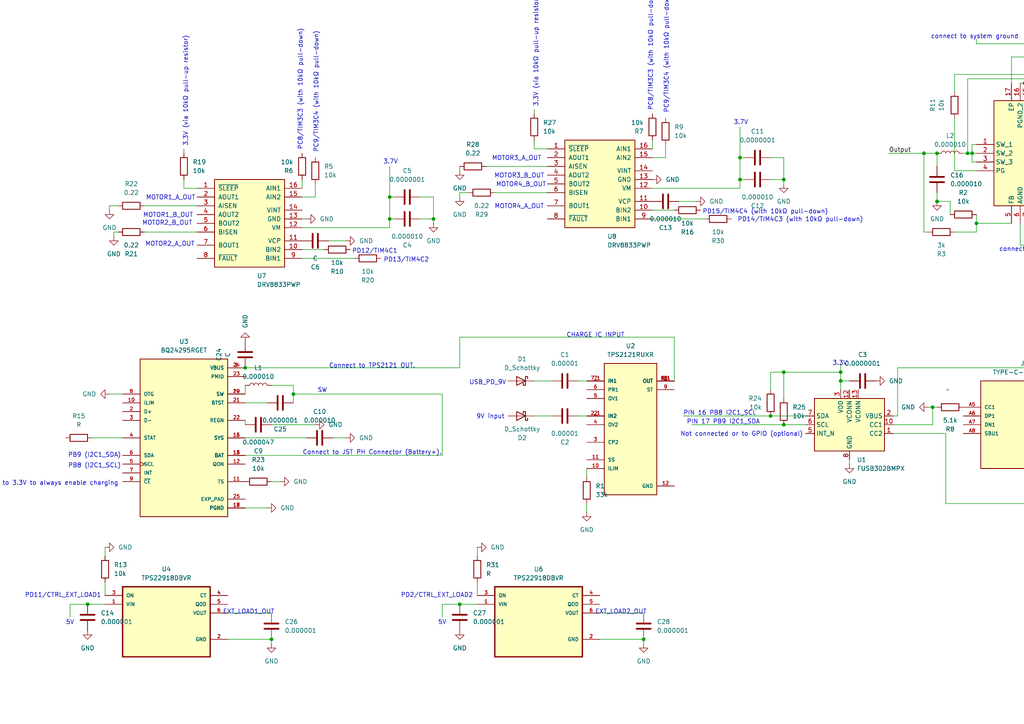
<source format=kicad_sch>
(kicad_sch (version 20250114) (generator "eeschema") (generator_version "9.0")
  (paper "A4")
  (title_block (date "2025-03-25") (rev "Rev1"))
  (lib_symbols
    (symbol "BQ24295RGET:BQ24295RGET" (pin_names (offset 1.016))
      (property "Reference" "U" (at -12.7 23.86 0))
      (property "Value" "BQ24295RGET" (at -12.7 -25.4 0))
      (symbol "BQ24295RGET_0_0"
        (rectangle (start -12.7 -22.86) (end 12.7 22.86) (stroke (width 0.254)) (fill (type background)))
        (pin input line (at -17.78 12.7 0) (length 5.08) (name "OTG") (number "8"))
        (pin input line (at -17.78 10.16 0) (length 5.08) (name "ILIM") (number "10"))
        (pin input line (at -17.78 7.62 0) (length 5.08) (name "D+") (number "2"))
        (pin input line (at -17.78 5.08 0) (length 5.08) (name "D-") (number "3"))
        (pin output line (at -17.78 0 0) (length 5.08) (name "STAT") (number "4"))
        (pin bidirectional line (at -17.78 -5.08 0) (length 5.08) (name "SDA") (number "6"))
        (pin input clock (at -17.78 -7.62 0) (length 5.08) (name "SCL") (number "5"))
        (pin output line (at -17.78 -10.16 0) (length 5.08) (name "INT") (number "7"))
        (pin input line (at -17.78 -12.7 0) (length 5.08) (name "~{CE}") (number "9"))
        (pin power_in line (at 17.78 20.32 180) (length 5.08) (name "VBUS") (number "1"))
        (pin power_in line (at 17.78 20.32 180) (length 5.08) (name "VBUS") (number "24"))
        (pin power_in line (at 17.78 17.78 180) (length 5.08) (name "PMID") (number "23"))
        (pin output line (at 17.78 12.7 180) (length 5.08) (name "SW") (number "19"))
        (pin output line (at 17.78 12.7 180) (length 5.08) (name "SW") (number "20"))
        (pin power_in line (at 17.78 10.16 180) (length 5.08) (name "BTST") (number "21"))
        (pin power_in line (at 17.78 5.08 180) (length 5.08) (name "REGN") (number "22"))
        (pin input line (at 17.78 0 180) (length 5.08) (name "SYS") (number "15"))
        (pin input line (at 17.78 0 180) (length 5.08) (name "SYS") (number "16"))
        (pin power_in line (at 17.78 -5.08 180) (length 5.08) (name "BAT") (number "13"))
        (pin power_in line (at 17.78 -5.08 180) (length 5.08) (name "BAT") (number "14"))
        (pin input line (at 17.78 -7.62 180) (length 5.08) (name "QON") (number "12"))
        (pin input line (at 17.78 -12.7 180) (length 5.08) (name "TS") (number "11"))
        (pin power_in line (at 17.78 -17.78 180) (length 5.08) (name "EXP_PAD") (number "25"))
        (pin power_in line (at 17.78 -20.32 180) (length 5.08) (name "PGND") (number "17"))
        (pin power_in line (at 17.78 -20.32 180) (length 5.08) (name "PGND") (number "18"))
      )
    )
    (symbol "DRV8833PWP_2" (pin_names (offset 1.016))
      (property "Reference" "U3" (at 2.1433 -15.24 0))
      (property "Value" "DRV8833PWP" (at 2.1433 -17.78 0))
      (symbol "DRV8833PWP_2_0_1"
        (rectangle (start -10.16 12.7) (end 10.16 -12.7) (stroke (width 0.254)) (fill (type background)))
      )
      (symbol "DRV8833PWP_2_1_1"
        (pin input line (at -15.24 10.16 0) (length 5.08) (name "~{SLEEP}") (number "1"))
        (pin power_out line (at -15.24 7.62 0) (length 5.08) (name "AOUT1") (number "2"))
        (pin bidirectional line (at -15.24 5.08 0) (length 5.08) (name "AISEN") (number "3"))
        (pin power_out line (at -15.24 2.54 0) (length 5.08) (name "AOUT2") (number "4"))
        (pin power_out line (at -15.24 0 0) (length 5.08) (name "BOUT2") (number "5"))
        (pin bidirectional line (at -15.24 -2.54 0) (length 5.08) (name "BISEN") (number "6"))
        (pin power_out line (at -15.24 -6.35 0) (length 5.08) (name "BOUT1") (number "7"))
        (pin open_collector line (at -15.24 -10.16 0) (length 5.08) (name "~{FAULT}") (number "8"))
        (pin passive line (at 0 -17.78 90) (length 5.08) (hide yes) (name "GND") (number "17"))
        (pin input line (at 15.24 10.16 180) (length 5.08) (name "AIN1") (number "16"))
        (pin input line (at 15.24 7.62 180) (length 5.08) (name "AIN2") (number "15"))
        (pin power_in line (at 15.24 3.81 180) (length 5.08) (name "VINT") (number "14"))
        (pin power_in line (at 15.24 1.27 180) (length 5.08) (name "GND") (number "13"))
        (pin power_in line (at 15.24 -1.27 180) (length 5.08) (name "VM") (number "12"))
        (pin bidirectional line (at 15.24 -5.08 180) (length 5.08) (name "VCP") (number "11"))
        (pin input line (at 15.24 -7.62 180) (length 5.08) (name "BIN2") (number "10"))
        (pin input line (at 15.24 -10.16 180) (length 5.08) (name "BIN1") (number "9"))
      )
    )
    (symbol "Device:C" (pin_numbers (hide yes)) (pin_names (offset 0.254))
      (property "Reference" "C" (at 0.635 2.54 0))
      (property "Value" "C" (at 0.635 -2.54 0))
      (symbol "C_0_1"
        (polyline (pts (xy -2.032 0.762) (xy 2.032 0.762)) (stroke (width 0.508)))
        (polyline (pts (xy -2.032 -0.762) (xy 2.032 -0.762)) (stroke (width 0.508)))
      )
      (symbol "C_1_1"
        (pin passive line (at 0 3.81 270) (length 2.794) (name "~") (number "1"))
        (pin passive line (at 0 -3.81 90) (length 2.794) (name "~") (number "2"))
      )
    )
    (symbol "Device:D_Schottky" (pin_numbers (hide yes)) (pin_names (offset 1.016) (hide yes))
      (property "Reference" "D" (at 0 2.54 0))
      (property "Value" "D_Schottky" (at 0 -2.54 0))
      (symbol "D_Schottky_0_1"
        (polyline (pts (xy -1.905 0.635) (xy -1.905 1.27) (xy -1.27 1.27) (xy -1.27 -1.27) (xy -0.635 -1.27) (xy -0.635 -0.635)) (stroke (width 0.254)))
        (polyline (pts (xy 1.27 1.27) (xy 1.27 -1.27) (xy -1.27 0) (xy 1.27 1.27)) (stroke (width 0.254)))
        (polyline (pts (xy 1.27 0) (xy -1.27 0)))
      )
      (symbol "D_Schottky_1_1"
        (pin passive line (at -3.81 0 0) (length 2.54) (name "K") (number "1"))
        (pin passive line (at 3.81 0 180) (length 2.54) (name "A") (number "2"))
      )
    )
    (symbol "Device:L" (pin_numbers (hide yes)) (pin_names (offset 1.016) (hide yes))
      (property "Reference" "L" (at -1.27 0 90))
      (property "Value" "L" (at 1.905 0 90))
      (symbol "L_0_1"
        (arc (start 0 2.54) (mid 0.6323 1.905) (end 0 1.27))
        (arc (start 0 1.27) (mid 0.6323 0.635) (end 0 0))
        (arc (start 0 0) (mid 0.6323 -0.635) (end 0 -1.27))
        (arc (start 0 -1.27) (mid 0.6323 -1.905) (end 0 -2.54))
      )
      (symbol "L_1_1"
        (pin passive line (at 0 3.81 270) (length 1.27) (name "1") (number "1"))
        (pin passive line (at 0 -3.81 90) (length 1.27) (name "2") (number "2"))
      )
    )
    (symbol "Device:R" (pin_numbers (hide yes)) (pin_names (offset 0))
      (property "Reference" "R" (at 2.032 0 90))
      (property "Value" "R" (at 0 0 90))
      (symbol "R_0_1"
        (rectangle (start -1.016 -2.54) (end 1.016 2.54) (stroke (width 0.254)))
      )
      (symbol "R_1_1"
        (pin passive line (at 0 3.81 270) (length 1.27) (name "~") (number "1"))
        (pin passive line (at 0 -3.81 90) (length 1.27) (name "~") (number "2"))
      )
    )
    (symbol "Interface_USB:FUSB302BMPX"
      (property "Reference" "U" (at -10.16 8.89 0))
      (property "Value" "FUSB302BMPX" (at 3.81 8.89 0))
      (symbol "FUSB302BMPX_0_1"
        (rectangle (start -10.16 7.62) (end 10.16 -7.62) (stroke (width 0.254)) (fill (type background)))
      )
      (symbol "FUSB302BMPX_1_1"
        (pin bidirectional line (at -12.7 2.54 0) (length 2.54) (name "SDA") (number "7"))
        (pin input line (at -12.7 0 0) (length 2.54) (name "SCL") (number "6"))
        (pin open_collector line (at -12.7 -2.54 0) (length 2.54) (name "INT_N") (number "5"))
        (pin power_in line (at -2.54 10.16 270) (length 2.54) (name "VDD") (number "3"))
        (pin passive line (at -2.54 10.16 270) (length 2.54) (hide yes) (name "VDD") (number "4"))
        (pin power_in line (at 0 10.16 270) (length 2.54) (name "VCONN") (number "12"))
        (pin passive line (at 0 -10.16 90) (length 2.54) (hide yes) (name "GND") (number "15"))
        (pin power_in line (at 0 -10.16 90) (length 2.54) (name "GND") (number "8"))
        (pin passive line (at 0 -10.16 90) (length 2.54) (hide yes) (name "GND") (number "9"))
        (pin power_in line (at 2.54 10.16 270) (length 2.54) (name "VCONN") (number "13"))
        (pin input line (at 12.7 2.54 180) (length 2.54) (name "VBUS") (number "2"))
        (pin bidirectional line (at 12.7 0 180) (length 2.54) (name "CC1") (number "10"))
        (pin bidirectional line (at 12.7 0 180) (length 2.54) (hide yes) (name "CC1") (number "11"))
        (pin bidirectional line (at 12.7 -2.54 180) (length 2.54) (name "CC2") (number "1"))
        (pin bidirectional line (at 12.7 -2.54 180) (length 2.54) (hide yes) (name "CC2") (number "14"))
      )
    )
    (symbol "TPS2121RUXR:TPS2121RUXR" (pin_names (offset 1.016))
      (property "Reference" "U" (at -7.62 21.082 0))
      (property "Value" "TPS2121RUXR" (at -7.62 -20.32 0))
      (symbol "TPS2121RUXR_0_0"
        (rectangle (start -7.62 -17.78) (end 7.62 20.32) (stroke (width 0.254)) (fill (type background)))
        (pin input line (at -12.7 15.24 0) (length 5.08) (name "IN1") (number "7"))
        (pin input line (at -12.7 15.24 0) (length 5.08) (name "IN1") (number "7_1"))
        (pin input line (at -12.7 12.7 0) (length 5.08) (name "PR1") (number "6"))
        (pin input line (at -12.7 10.16 0) (length 5.08) (name "OV1") (number "5"))
        (pin input line (at -12.7 5.08 0) (length 5.08) (name "IN2") (number "2"))
        (pin input line (at -12.7 5.08 0) (length 5.08) (name "IN2") (number "2_1"))
        (pin input line (at -12.7 2.54 0) (length 5.08) (name "OV2") (number "4"))
        (pin input line (at -12.7 -2.54 0) (length 5.08) (name "CP2") (number "3"))
        (pin passive line (at -12.7 -7.62 0) (length 5.08) (name "SS") (number "11"))
        (pin passive line (at -12.7 -10.16 0) (length 5.08) (name "ILIM") (number "10"))
        (pin output line (at 12.7 15.24 180) (length 5.08) (name "OUT") (number "1"))
        (pin output line (at 12.7 15.24 180) (length 5.08) (name "OUT") (number "1_1"))
        (pin output line (at 12.7 15.24 180) (length 5.08) (name "OUT") (number "8"))
        (pin output line (at 12.7 15.24 180) (length 5.08) (name "OUT") (number "8_1"))
        (pin output line (at 12.7 12.7 180) (length 5.08) (name "ST") (number "9"))
        (pin power_in line (at 12.7 -15.24 180) (length 5.08) (name "GND") (number "12"))
      )
    )
    (symbol "TPS22918 IC:TPS22918DBVR"
      (property "Reference" "U" (at 0 0 0))
    )
    (symbol "TPS22918DBVR:TPS22918DBVR" (pin_names (offset 1.016))
      (property "Reference" "U" (at -12.7 11.16 0))
      (property "Value" "TPS22918DBVR" (at -12.7 -14.16 0))
      (symbol "TPS22918DBVR_0_0"
        (rectangle (start -12.7 -10.16) (end 12.7 10.16) (stroke (width 0.41)) (fill (type background)))
        (pin input line (at -17.78 7.62 0) (length 5.08) (name "ON") (number "3"))
        (pin input line (at -17.78 5.08 0) (length 5.08) (name "VIN") (number "1"))
        (pin output line (at 17.78 7.62 180) (length 5.08) (name "CT") (number "4"))
        (pin output line (at 17.78 5.08 180) (length 5.08) (name "QOD") (number "5"))
        (pin output line (at 17.78 2.54 180) (length 5.08) (name "VOUT") (number "6"))
        (pin power_in line (at 17.78 -5.08 180) (length 5.08) (name "GND") (number "2"))
      )
    )
    (symbol "TPS62130ARGTR:TPS62130ARGTR"
      (property "Reference" "IC" (at 26.67 17.78 0))
      (property "Value" "TPS62130ARGTR" (at 26.67 15.24 0))
      (symbol "TPS62130ARGTR_1_1"
        (rectangle (start 5.08 12.7) (end 25.4 -17.78) (stroke (width 0.254)) (fill (type background)))
        (pin passive line (at 0 0 0) (length 5.08) (name "SW_1") (number "1"))
        (pin passive line (at 0 -2.54 0) (length 5.08) (name "SW_2") (number "2"))
        (pin passive line (at 0 -5.08 0) (length 5.08) (name "SW_3") (number "3"))
        (pin passive line (at 0 -7.62 0) (length 5.08) (name "PG") (number "4"))
        (pin passive line (at 10.16 17.78 270) (length 5.08) (name "EP") (number "17"))
        (pin passive line (at 10.16 -22.86 90) (length 5.08) (name "FB") (number "5"))
        (pin passive line (at 12.7 17.78 270) (length 5.08) (name "PGND_2") (number "16"))
        (pin passive line (at 12.7 -22.86 90) (length 5.08) (name "AGND") (number "6"))
        (pin passive line (at 15.24 17.78 270) (length 5.08) (name "PGND_1") (number "15"))
        (pin passive line (at 15.24 -22.86 90) (length 5.08) (name "FSW") (number "7"))
        (pin passive line (at 17.78 17.78 270) (length 5.08) (name "VOS") (number "14"))
        (pin passive line (at 17.78 -22.86 90) (length 5.08) (name "DEF") (number "8"))
        (pin passive line (at 20.32 17.78 270) (length 5.08) (name "EN") (number "13"))
        (pin passive line (at 30.48 0 180) (length 5.08) (name "PVIN_2") (number "12"))
        (pin passive line (at 30.48 -2.54 180) (length 5.08) (name "PVIN_1") (number "11"))
        (pin passive line (at 30.48 -5.08 180) (length 5.08) (name "AVIN") (number "10"))
        (pin passive line (at 30.48 -7.62 180) (length 5.08) (name "SS/TR") (number "9"))
      )
    )
    (symbol "TYPE-C-31-M-12:TYPE-C-31-M-12" (pin_names (offset 1.016))
      (property "Reference" "J" (at -12.7 13.462 0))
      (property "Value" "TYPE-C-31-M-12" (at -12.7 -13.462 0))
      (symbol "TYPE-C-31-M-12_0_0"
        (rectangle (start -12.7 -12.7) (end 12.7 12.7) (stroke (width 0.254)) (fill (type background)))
        (pin bidirectional line (at -17.78 5.08 0) (length 5.08) (name "CC1") (number "A5"))
        (pin bidirectional line (at -17.78 2.54 0) (length 5.08) (name "DP1") (number "A6"))
        (pin bidirectional line (at -17.78 0 0) (length 5.08) (name "DN1") (number "A7"))
        (pin bidirectional line (at -17.78 -2.54 0) (length 5.08) (name "SBU1") (number "A8"))
        (pin power_in line (at 17.78 10.16 180) (length 5.08) (name "VBUS") (number "A4_B9"))
        (pin power_in line (at 17.78 10.16 180) (length 5.08) (name "VBUS") (number "B4_A9"))
        (pin bidirectional line (at 17.78 5.08 180) (length 5.08) (name "SBU2") (number "B8"))
        (pin bidirectional line (at 17.78 2.54 180) (length 5.08) (name "DN2") (number "B7"))
        (pin bidirectional line (at 17.78 0 180) (length 5.08) (name "DP2") (number "B6"))
        (pin bidirectional line (at 17.78 -2.54 180) (length 5.08) (name "CC2") (number "B5"))
        (pin passive line (at 17.78 -7.62 180) (length 5.08) (name "SHIELD") (number "S1"))
        (pin passive line (at 17.78 -7.62 180) (length 5.08) (name "SHIELD") (number "S2"))
        (pin passive line (at 17.78 -7.62 180) (length 5.08) (name "SHIELD") (number "S3"))
        (pin passive line (at 17.78 -7.62 180) (length 5.08) (name "SHIELD") (number "S4"))
        (pin power_in line (at 17.78 -10.16 180) (length 5.08) (name "GND") (number "A1_B12"))
        (pin power_in line (at 17.78 -10.16 180) (length 5.08) (name "GND") (number "B1_A12"))
      )
    )
    (symbol "power:GND" (power) (pin_numbers (hide yes)) (pin_names (offset 0) (hide yes))
      (property "Value" "GND" (at 0 -3.81 0))
      (symbol "GND_0_1"
        (polyline (pts (xy 0 0) (xy 0 -1.27) (xy 1.27 -1.27) (xy 0 -2.54) (xy -1.27 -1.27) (xy 0 -1.27)))
      )
      (symbol "GND_1_1"
        (pin power_in line (at 0 0 270) (length 0) (name "~") (number "1"))
      )
    )
  )
  (text "Not connected or to GPIO (optional)" (at 215.138 125.984 0) (effects (font (size 1.27 1.27))))
  (text "MOTOR3_A_OUT" (at 149.86 45.974 0) (effects (font (size 1.27 1.27))))
  (text "9V input\n" (at 142.24 120.904 0) (effects (font (size 1.27 1.27))))
  (text "5V\n\n" (at 128.27 181.61 0) (effects (font (size 1.27 1.27))))
  (text "EXT_LOAD1_OUT\n" (at 72.136 177.546 0) (effects (font (size 1.27 1.27))))
  (text "MOTOR2_B_OUT" (at 48.514 64.77 0) (effects (font (size 1.27 1.27))))
  (text "3.3V (via 10kΩ pull-up resistor)" (at 155.448 14.986 90) (effects (font (size 1.27 1.27))))
  (text "Connect to TPS2121 OUT.​" (at 107.95 106.172 0) (effects (font (size 1.27 1.27))))
  (text "PB9 (I2C1_SDA)" (at 27.432 132.08 0) (effects (font (size 1.27 1.27))))
  (text "PC9/TIM3C4 (with 10kΩ pull-down)" (at 193.294 15.24 90) (effects (font (size 1.27 1.27))))
  (text "PC9/TIM3C4 (with 10kΩ pull-down)" (at 91.694 26.67 90) (effects (font (size 1.27 1.27))))
  (text "3.3V (via 10kΩ pull-up resistor)" (at 53.848 26.416 90) (effects (font (size 1.27 1.27))))
  (text "3.7V\n" (at 214.884 35.56 0) (effects (font (size 1.27 1.27))))
  (text "EXT_LOAD2_OUT" (at 180.086 177.546 0) (effects (font (size 1.27 1.27))))
  (text " PD2/CTRL_EXT_LOAD2" (at 126.238 172.72 0) (effects (font (size 1.27 1.27))))
  (text " PC8/TIM3C3 (with 10kΩ pull-down)" (at 188.722 14.986 90) (effects (font (size 1.27 1.27))))
  (text "connect to system ground\n" (at 302.514 72.39 0) (effects (font (size 1.27 1.27))))
  (text " MOTOR1_A_OUT" (at 49.022 57.404 0) (effects (font (size 1.27 1.27))))
  (text "PIN 16 PB8 I2C1_SCL" (at 208.788 119.888 0) (effects (font (size 1.27 1.27))))
  (text "MOTOR2_A_OUT" (at 49.276 70.866 0) (effects (font (size 1.27 1.27))))
  (text "MOTOR1_B_OUT" (at 48.768 62.484 0) (effects (font (size 1.27 1.27))))
  (text "PD14/TIM4C3 (with 10kΩ pull-down)" (at 232.156 63.754 0) (effects (font (size 1.27 1.27))))
  (text "PD13/TIM4C2\n" (at 117.856 75.438 0) (effects (font (size 1.27 1.27))))
  (text "MOTOR3_B_OUT" (at 150.622 51.054 0) (effects (font (size 1.27 1.27))))
  (text "5V\n\n" (at 20.32 181.61 0) (effects (font (size 1.27 1.27))))
  (text "3.7V\n" (at 113.284 46.99 0) (effects (font (size 1.27 1.27))))
  (text "MOTOR4_A_OUT" (at 150.622 59.944 0) (effects (font (size 1.27 1.27))))
  (text " PC8/TIM3C3 (with 10kΩ pull-down)" (at 87.122 26.416 90) (effects (font (size 1.27 1.27))))
  (text "PB8 (I2C1_SCL)" (at 27.432 135.128 0) (effects (font (size 1.27 1.27))))
  (text "PD11/CTRL_EXT_LOAD1" (at 18.288 172.72 0) (effects (font (size 1.27 1.27))))
  (text "Connect to JST PH Connector (Battery+)." (at 107.95 131.318 0) (effects (font (size 1.27 1.27))))
  (text "connect to system ground\n" (at 282.702 10.668 0) (effects (font (size 1.27 1.27))))
  (text "USB_PD_9V\n" (at 141.478 110.998 0) (effects (font (size 1.27 1.27))))
  (text "PD12/TIM4C1" (at 108.712 72.898 0) (effects (font (size 1.27 1.27))))
  (text "Connect to 3.3 V to always enable charging" (at 13.208 140.208 0) (effects (font (size 1.27 1.27))))
  (text "PIN 17 PB9 I2C1_SDA" (at 209.804 122.428 0) (effects (font (size 1.27 1.27))))
  (text "MOTOR4_B_OUT" (at 151.13 53.594 0) (effects (font (size 1.27 1.27))))
  (text "SW \n" (at 93.98 113.284 0) (effects (font (size 1.27 1.27))))
  (text "PD15/TIM4C4 (with 10kΩ pull-down)" (at 221.996 61.468 0) (effects (font (size 1.27 1.27))))
  (text "CHARGE IC INPUT\n" (at 172.72 97.282 0) (effects (font (size 1.27 1.27))))
  (text "3.3V\n" (at 243.586 105.41 0) (effects (font (size 1.27 1.27))))
  (junction (at 297.18 24.13))
  (junction (at 271.78 58.42))
  (junction (at 243.84 107.95))
  (junction (at 227.33 123.19))
  (junction (at 328.93 109.22))
  (junction (at 342.9 125.73))
  (junction (at 281.94 44.45))
  (junction (at 326.39 125.73))
  (junction (at 25.4 175.26))
  (junction (at 71.12 106.68))
  (junction (at 186.69 185.42))
  (junction (at 271.78 44.45))
  (junction (at 227.33 107.95))
  (junction (at 280.67 44.45))
  (junction (at 342.9 114.3))
  (junction (at 267.97 44.45))
  (junction (at 214.63 45.72))
  (junction (at 85.09 114.3))
  (junction (at 314.96 44.45))
  (junction (at 78.74 185.42))
  (junction (at 113.03 57.15))
  (junction (at 223.52 120.65))
  (junction (at 125.73 63.5))
  (junction (at 316.23 113.03))
  (junction (at 283.21 64.77))
  (junction (at 214.63 52.07))
  (junction (at 243.84 110.49))
  (junction (at 113.03 63.5))
  (junction (at 227.33 52.07))
  (junction (at 317.5 44.45))
  (junction (at 270.51 118.11))
  (junction (at 133.35 175.26))
  (junction (at 303.53 21.59))
  (wire (pts (xy 246.38 110.49) (xy 243.84 110.49)))
  (wire (pts (xy 198.12 120.65) (xy 223.52 120.65)))
  (wire (pts (xy 71.12 106.68) (xy 133.35 106.68)))
  (wire (pts (xy 128.27 132.08) (xy 71.12 132.08)))
  (wire (pts (xy 214.63 45.72) (xy 215.9 45.72)))
  (wire (pts (xy 138.43 168.91) (xy 138.43 172.72)))
  (wire (pts (xy 78.74 123.19) (xy 91.44 123.19)))
  (wire (pts (xy 326.39 125.73) (xy 326.39 146.05)))
  (wire (pts (xy 195.58 97.79) (xy 195.58 110.49)))
  (wire (pts (xy 332.74 71.12) (xy 295.91 71.12)))
  (wire (pts (xy 317.5 29.21) (xy 317.5 44.45)))
  (wire (pts (xy 85.09 114.3) (xy 85.09 116.84)))
  (wire (pts (xy 342.9 114.3) (xy 342.9 125.73)))
  (wire (pts (xy 87.63 72.39) (xy 93.98 72.39)))
  (wire (pts (xy 133.35 97.79) (xy 195.58 97.79)))
  (wire (pts (xy 87.63 74.93) (xy 102.87 74.93)))
  (wire (pts (xy 281.94 46.99) (xy 283.21 46.99)))
  (wire (pts (xy 25.4 175.26) (xy 20.32 175.26)))
  (wire (pts (xy 85.09 111.76) (xy 85.09 114.3)))
  (wire (pts (xy 214.63 45.72) (xy 214.63 52.07)))
  (wire (pts (xy 30.48 175.26) (xy 25.4 175.26)))
  (wire (pts (xy 326.39 125.73) (xy 342.9 125.73)))
  (wire (pts (xy 154.94 43.18) (xy 158.75 43.18)))
  (wire (pts (xy 87.63 57.15) (xy 91.44 57.15)))
  (wire (pts (xy 128.27 114.3) (xy 85.09 114.3)))
  (wire (pts (xy 243.84 110.49) (xy 243.84 113.03)))
  (wire (pts (xy 271.78 44.45) (xy 271.78 48.26)))
  (wire (pts (xy 281.94 44.45) (xy 281.94 46.99)))
  (wire (pts (xy 214.63 52.07) (xy 215.9 52.07)))
  (wire (pts (xy 283.21 62.23) (xy 283.21 64.77)))
  (wire (pts (xy 121.92 63.5) (xy 125.73 63.5)))
  (wire (pts (xy 295.91 64.77) (xy 295.91 71.12)))
  (wire (pts (xy 20.32 175.26) (xy 20.32 179.07)))
  (wire (pts (xy 281.94 41.91) (xy 281.94 44.45)))
  (wire (pts (xy 87.63 52.07) (xy 87.63 54.61)))
  (wire (pts (xy 33.02 67.31) (xy 33.02 68.58)))
  (wire (pts (xy 293.37 24.13) (xy 293.37 16.51)))
  (wire (pts (xy 260.35 106.68) (xy 260.35 120.65)))
  (wire (pts (xy 283.21 49.53) (xy 276.86 49.53)))
  (wire (pts (xy 243.84 105.41) (xy 243.84 107.95)))
  (wire (pts (xy 125.73 63.5) (xy 125.73 64.77)))
  (wire (pts (xy 88.9 63.5) (xy 87.63 63.5)))
  (wire (pts (xy 186.69 185.42) (xy 186.69 186.69)))
  (wire (pts (xy 275.59 62.23) (xy 275.59 58.42)))
  (wire (pts (xy 276.86 26.67) (xy 276.86 21.59)))
  (wire (pts (xy 66.04 185.42) (xy 78.74 185.42)))
  (wire (pts (xy 303.53 21.59) (xy 303.53 24.13)))
  (wire (pts (xy 316.23 109.22) (xy 316.23 113.03)))
  (wire (pts (xy 113.03 63.5) (xy 113.03 66.04)))
  (wire (pts (xy 313.69 41.91) (xy 314.96 41.91)))
  (wire (pts (xy 314.96 46.99) (xy 314.96 44.45)))
  (wire (pts (xy 133.35 175.26) (xy 128.27 175.26)))
  (wire (pts (xy 189.23 63.5) (xy 204.47 63.5)))
  (wire (pts (xy 133.35 106.68) (xy 133.35 97.79)))
  (wire (pts (xy 71.12 127) (xy 88.9 127)))
  (wire (pts (xy 71.12 111.76) (xy 71.12 114.3)))
  (wire (pts (xy 227.33 45.72) (xy 223.52 45.72)))
  (wire (pts (xy 269.24 67.31) (xy 267.97 67.31)))
  (wire (pts (xy 41.91 59.69) (xy 57.15 59.69)))
  (wire (pts (xy 270.51 118.11) (xy 271.78 118.11)))
  (wire (pts (xy 332.74 16.51) (xy 332.74 71.12)))
  (wire (pts (xy 227.33 45.72) (xy 227.33 52.07)))
  (wire (pts (xy 31.75 59.69) (xy 34.29 59.69)))
  (wire (pts (xy 77.47 116.84) (xy 71.12 116.84)))
  (wire (pts (xy 154.94 31.75) (xy 154.94 33.02)))
  (wire (pts (xy 133.35 55.88) (xy 133.35 57.15)))
  (wire (pts (xy 223.52 113.03) (xy 223.52 107.95)))
  (wire (pts (xy 53.34 54.61) (xy 57.15 54.61)))
  (wire (pts (xy 283.21 64.77) (xy 293.37 64.77)))
  (wire (pts (xy 113.03 57.15) (xy 114.3 57.15)))
  (wire (pts (xy 71.12 123.19) (xy 71.12 121.92)))
  (wire (pts (xy 91.44 57.15) (xy 91.44 53.34)))
  (wire (pts (xy 274.32 125.73) (xy 274.32 146.05)))
  (wire (pts (xy 328.93 109.22) (xy 342.9 109.22)))
  (wire (pts (xy 113.03 63.5) (xy 114.3 63.5)))
  (wire (pts (xy 259.08 123.19) (xy 270.51 123.19)))
  (wire (pts (xy 300.99 22.86) (xy 280.67 22.86)))
  (wire (pts (xy 323.85 125.73) (xy 326.39 125.73)))
  (wire (pts (xy 95.25 69.85) (xy 100.33 69.85)))
  (wire (pts (xy 276.86 67.31) (xy 283.21 67.31)))
  (wire (pts (xy 313.69 60.96) (xy 313.69 59.69)))
  (wire (pts (xy 303.53 15.24) (xy 303.53 21.59)))
  (wire (pts (xy 167.64 120.65) (xy 170.18 120.65)))
  (wire (pts (xy 300.99 24.13) (xy 300.99 22.86)))
  (wire (pts (xy 227.33 123.19) (xy 233.68 123.19)))
  (wire (pts (xy 283.21 12.7) (xy 297.18 12.7)))
  (wire (pts (xy 133.35 48.26) (xy 133.35 49.53)))
  (wire (pts (xy 81.28 139.7) (xy 78.74 139.7)))
  (wire (pts (xy 30.48 168.91) (xy 30.48 172.72)))
  (wire (pts (xy 283.21 41.91) (xy 281.94 41.91)))
  (wire (pts (xy 85.09 111.76) (xy 78.74 111.76)))
  (wire (pts (xy 274.32 146.05) (xy 326.39 146.05)))
  (wire (pts (xy 280.67 44.45) (xy 281.94 44.45)))
  (wire (pts (xy 26.67 127) (xy 35.56 127)))
  (wire (pts (xy 53.34 52.07) (xy 53.34 54.61)))
  (wire (pts (xy 328.93 106.68) (xy 328.93 109.22)))
  (wire (pts (xy 33.02 67.31) (xy 34.29 67.31)))
  (wire (pts (xy 280.67 22.86) (xy 280.67 44.45)))
  (wire (pts (xy 321.31 133.35) (xy 321.31 135.89)))
  (wire (pts (xy 323.85 109.22) (xy 328.93 109.22)))
  (wire (pts (xy 257.81 44.45) (xy 267.97 44.45)))
  (wire (pts (xy 138.43 158.75) (xy 138.43 161.29)))
  (wire (pts (xy 313.69 46.99) (xy 314.96 46.99)))
  (wire (pts (xy 314.96 133.35) (xy 321.31 133.35)))
  (wire (pts (xy 314.96 41.91) (xy 314.96 44.45)))
  (wire (pts (xy 279.4 44.45) (xy 280.67 44.45)))
  (wire (pts (xy 243.84 107.95) (xy 243.84 110.49)))
  (wire (pts (xy 283.21 44.45) (xy 281.94 44.45)))
  (wire (pts (xy 78.74 177.8) (xy 66.04 177.8)))
  (wire (pts (xy 313.69 52.07) (xy 313.69 49.53)))
  (wire (pts (xy 173.99 185.42) (xy 186.69 185.42)))
  (wire (pts (xy 223.52 107.95) (xy 227.33 107.95)))
  (wire (pts (xy 227.33 52.07) (xy 227.33 53.34)))
  (wire (pts (xy 87.63 66.04) (xy 113.03 66.04)))
  (wire (pts (xy 223.52 120.65) (xy 233.68 120.65)))
  (wire (pts (xy 267.97 44.45) (xy 267.97 67.31)))
  (wire (pts (xy 189.23 54.61) (xy 214.63 54.61)))
  (wire (pts (xy 186.69 177.8) (xy 173.99 177.8)))
  (wire (pts (xy 276.86 49.53) (xy 276.86 34.29)))
  (wire (pts (xy 259.08 125.73) (xy 274.32 125.73)))
  (wire (pts (xy 271.78 58.42) (xy 275.59 58.42)))
  (wire (pts (xy 140.97 48.26) (xy 158.75 48.26)))
  (wire (pts (xy 269.24 118.11) (xy 270.51 118.11)))
  (wire (pts (xy 276.86 21.59) (xy 303.53 21.59)))
  (wire (pts (xy 270.51 123.19) (xy 270.51 118.11)))
  (wire (pts (xy 77.47 147.32) (xy 71.12 147.32)))
  (wire (pts (xy 293.37 16.51) (xy 332.74 16.51)))
  (wire (pts (xy 189.23 40.64) (xy 189.23 43.18)))
  (wire (pts (xy 125.73 57.15) (xy 121.92 57.15)))
  (wire (pts (xy 200.66 123.19) (xy 227.33 123.19)))
  (wire (pts (xy 113.03 57.15) (xy 113.03 63.5)))
  (wire (pts (xy 196.85 58.42) (xy 201.93 58.42)))
  (wire (pts (xy 189.23 45.72) (xy 193.04 45.72)))
  (wire (pts (xy 154.94 110.49) (xy 160.02 110.49)))
  (wire (pts (xy 223.52 52.07) (xy 227.33 52.07)))
  (wire (pts (xy 128.27 175.26) (xy 128.27 179.07)))
  (wire (pts (xy 189.23 60.96) (xy 195.58 60.96)))
  (wire (pts (xy 283.21 67.31) (xy 283.21 64.77)))
  (wire (pts (xy 227.33 107.95) (xy 243.84 107.95)))
  (wire (pts (xy 283.21 11.43) (xy 283.21 12.7)))
  (wire (pts (xy 133.35 55.88) (xy 135.89 55.88)))
  (wire (pts (xy 170.18 148.59) (xy 170.18 146.05)))
  (wire (pts (xy 41.91 67.31) (xy 57.15 67.31)))
  (wire (pts (xy 78.74 185.42) (xy 78.74 186.69)))
  (wire (pts (xy 314.96 125.73) (xy 316.23 125.73)))
  (wire (pts (xy 214.63 36.83) (xy 214.63 45.72)))
  (wire (pts (xy 271.78 55.88) (xy 271.78 58.42)))
  (wire (pts (xy 154.94 120.65) (xy 160.02 120.65)))
  (wire (pts (xy 260.35 106.68) (xy 328.93 106.68)))
  (wire (pts (xy 314.96 44.45) (xy 313.69 44.45)))
  (wire (pts (xy 128.27 114.3) (xy 128.27 132.08)))
  (wire (pts (xy 31.75 59.69) (xy 31.75 60.96)))
  (wire (pts (xy 154.94 40.64) (xy 154.94 43.18)))
  (wire (pts (xy 323.85 114.3) (xy 342.9 114.3)))
  (wire (pts (xy 318.77 44.45) (xy 317.5 44.45)))
  (wire (pts (xy 297.18 24.13) (xy 298.45 24.13)))
  (wire (pts (xy 214.63 52.07) (xy 214.63 54.61)))
  (wire (pts (xy 170.18 110.49) (xy 167.64 110.49)))
  (wire (pts (xy 170.18 138.43) (xy 170.18 135.89)))
  (wire (pts (xy 227.33 115.57) (xy 227.33 107.95)))
  (wire (pts (xy 30.48 158.75) (xy 30.48 161.29)))
  (wire (pts (xy 317.5 44.45) (xy 314.96 44.45)))
  (wire (pts (xy 31.75 114.3) (xy 35.56 114.3)))
  (wire (pts (xy 100.33 127) (xy 96.52 127)))
  (wire (pts (xy 143.51 55.88) (xy 158.75 55.88)))
  (wire (pts (xy 125.73 57.15) (xy 125.73 63.5)))
  (wire (pts (xy 246.38 133.35) (xy 246.38 134.62)))
  (wire (pts (xy 295.91 24.13) (xy 297.18 24.13)))
  (wire (pts (xy 342.9 109.22) (xy 342.9 114.3)))
  (wire (pts (xy 259.08 120.65) (xy 260.35 120.65)))
  (wire (pts (xy 342.9 125.73) (xy 342.9 130.81)))
  (wire (pts (xy 138.43 175.26) (xy 133.35 175.26)))
  (wire (pts (xy 297.18 12.7) (xy 297.18 24.13)))
  (wire (pts (xy 316.23 114.3) (xy 316.23 113.03)))
  (wire (pts (xy 327.66 44.45) (xy 326.39 44.45)))
  (wire (pts (xy 53.34 43.18) (xy 53.34 44.45)))
  (wire (pts (xy 267.97 44.45) (xy 271.78 44.45)))
  (wire (pts (xy 113.03 48.26) (xy 113.03 57.15)))
  (wire (pts (xy 193.04 45.72) (xy 193.04 41.91)))
  (wire (pts (xy 314.96 113.03) (xy 316.23 113.03)))
  (label "9V" (at 316.23 27.94 0))
  (label "3.3V" (at 302.26 13.97 0))
  (label "Output" (at 257.81 44.45 0))
  (symbol (lib_id "Device:R") (at 30.48 165.1 0) (unit 1)
    (property "Reference" "R13" (at 33.02 163.8299 0) (effects (justify left)))
    (property "Value" "10k" (at 33.02 166.3699 0) (effects (justify left)))
    (property "Description" "Resistor" (effects (hide yes)))
  )
  (symbol (lib_id "Device:R") (at 22.86 127 90) (unit 1)
    (property "Reference" "R15" (at 22.86 120.65 90))
    (property "Value" "R" (at 22.86 123.19 90))
    (property "Description" "Resistor" (effects (hide yes)))
  )
  (symbol (lib_id "Device:R") (at 275.59 118.11 270) (mirror x) (unit 1)
    (property "Reference" "R8" (at 275.59 124.46 90))
    (property "Value" "5.1k" (at 275.59 121.92 90))
    (property "Description" "Resistor" (effects (hide yes)))
  )
  (symbol (lib_id "power:GND") (at 125.73 64.77 0) (unit 1)
    (property "Reference" "#PWR03" (effects (hide yes)))
    (property "Value" "GND" (at 125.73 69.85 0))
    (property "Description" "Power symbol creates a global label with name \"GND\" , ground" (effects (hide yes)))
  )
  (symbol (lib_id "power:GND") (at 321.31 135.89 0) (unit 1)
    (property "Reference" "#PWR02" (effects (hide yes)))
    (property "Value" "GND" (at 321.31 140.97 0))
    (property "Description" "Power symbol creates a global label with name \"GND\" , ground" (effects (hide yes)))
  )
  (symbol (lib_id "Device:C") (at 322.58 44.45 270) (mirror x) (unit 1)
    (property "Reference" "C15" (at 322.58 52.07 90))
    (property "Value" "0.000010" (at 322.58 49.53 90))
    (property "Description" "Unpolarized capacitor" (effects (hide yes)))
  )
  (symbol (lib_id "power:GND") (at 81.28 139.7 90) (unit 1)
    (property "Reference" "#PWR023" (effects (hide yes)))
    (property "Value" "GND" (at 85.09 139.6999 90) (effects (justify right)))
    (property "Description" "Power symbol creates a global label with name \"GND\" , ground" (effects (hide yes)))
  )
  (symbol (lib_id "Device:C") (at 25.4 179.07 180) (unit 1)
    (property "Reference" "C14" (at 29.21 177.7999 0) (effects (justify right)))
    (property "Value" "0.000001" (at 29.21 180.3399 0) (effects (justify right)))
    (property "Description" "Unpolarized capacitor" (effects (hide yes)))
  )
  (symbol (lib_name "DRV8833PWP_2") (lib_id "Driver_Motor:DRV8833PWP") (at 72.39 64.77 0) (unit 1)
    (property "Reference" "U7" (at 74.5333 80.01 0) (effects (justify left)))
    (property "Value" "DRV8833PWP" (at 74.5333 82.55 0) (effects (justify left)))
    (property "Footprint" "Package_SO:HTSSOP-16-1EP_4.4x5mm_P0.65mm_EP3.4x5mm_Mask2.46x2.31mm_ThermalVias" (effects (hide yes)))
    (property "Datasheet" "http://www.ti.com/lit/ds/symlink/drv8833.pdf" (effects (hide yes)))
    (property "Description" "Dual H-Bridge Motor Driver, HTSSOP-16" (effects (hide yes)))
  )
  (symbol (lib_id "Device:R") (at 320.04 125.73 90) (mirror x) (unit 1)
    (property "Reference" "R4" (at 320.04 132.08 90))
    (property "Value" "5.1k" (at 320.04 129.54 90))
    (property "Description" "Resistor" (effects (hide yes)))
  )
  (symbol (lib_id "power:GND") (at 133.35 49.53 0) (unit 1)
    (property "Reference" "#PWR026" (effects (hide yes)))
    (property "Value" "GND" (at 133.35 54.61 0))
    (property "Description" "Power symbol creates a global label with name \"GND\" , ground" (effects (hide yes)))
  )
  (symbol (lib_id "Device:R") (at 208.28 63.5 90) (mirror x) (unit 1)
    (property "Reference" "R30" (at 208.28 69.85 90))
    (property "Value" "10k" (at 208.28 67.31 90))
    (property "Description" "Resistor" (effects (hide yes)))
  )
  (symbol (lib_id "Device:C") (at 219.71 45.72 270) (unit 1)
    (property "Reference" "C11" (at 219.71 38.1 90))
    (property "Value" "0.0000001" (at 219.71 40.64 90))
    (property "Description" "Unpolarized capacitor" (effects (hide yes)))
  )
  (symbol (lib_id "power:GND") (at 133.35 182.88 0) (unit 1)
    (property "Reference" "#PWR034" (effects (hide yes)))
    (property "Value" "GND" (at 133.35 187.96 0))
    (property "Description" "Power symbol creates a global label with name \"GND\" , ground" (effects (hide yes)))
  )
  (symbol (lib_id "Device:C") (at 193.04 58.42 270) (mirror x) (unit 1)
    (property "Reference" "C13" (at 193.04 66.04 90))
    (property "Value" "0.000010" (at 193.04 63.5 90))
    (property "Description" "Unpolarized capacitor" (effects (hide yes)))
  )
  (symbol (lib_id "power:GND") (at 186.69 186.69 0) (unit 1)
    (property "Reference" "#PWR036" (effects (hide yes)))
    (property "Value" "GND" (at 186.69 191.77 0))
    (property "Description" "Power symbol creates a global label with name \"GND\" , ground" (effects (hide yes)))
  )
  (symbol (lib_id "TPS22918DBVR:TPS22918DBVR") (at 48.26 180.34 0) (unit 1)
    (property "Reference" "U4" (at 48.26 165.1 0))
    (property "Value" "TPS22918DBVR" (at 48.26 167.64 0))
    (property "Footprint" "TPS22918DBVR:SOT95P280X145-6N" (effects (hide yes)))
    (property "MF" "Texas Instruments" (effects (hide yes)))
    (property "Description_1" "5.5-V, 2-A, 52-mΩ load switch with adj. rise time and adj. output discharge" (effects (hide yes)))
    (property "Package" "SOT-23-6 Texas Instruments" (effects (hide yes)))
    (property "Price" "None" (effects (hide yes)))
    (property "SnapEDA_Link" "https://www.snapeda.com/parts/TPS22918DBVR/Texas+Instruments/view-part/?ref=snap" (effects (hide yes)))
    (property "MP" "TPS22918DBVR" (effects (hide yes)))
    (property "Availability" "In Stock" (effects (hide yes)))
    (property "Check_prices" "https://www.snapeda.com/parts/TPS22918DBVR/Texas+Instruments/view-part/?ref=eda" (effects (hide yes)))
  )
  (symbol (lib_id "TPS62130ARGTR:TPS62130ARGTR") (at 283.21 41.91 0) (unit 1)
    (property "Reference" "IC1" (at 317.5 35.4898 0))
    (property "Value" "TPS62130ARGTR" (at 317.5 38.0298 0))
    (property "Footprint" "QFN50P300X300X100-17N-D" (effects (hide yes)))
    (property "Datasheet" "http://www.ti.com/lit/gpn/tps62130a" (effects (hide yes)))
    (property "Description" "3-V to 17-V, 3-A step-down converter with DCS-control in 3x3 QFN package" (effects (hide yes)))
    (property "Height" "1" (effects (hide yes)))
    (property "Manufacturer_Name" "Texas Instruments" (effects (hide yes)))
    (property "Manufacturer_Part_Number" "TPS62130ARGTR" (effects (hide yes)))
    (property "Mouser Part Number" "595-TPS62130ARGTR" (effects (hide yes)))
    (property "Mouser Price/Stock" "https://www.mouser.co.uk/ProductDetail/Texas-Instruments/TPS62130ARGTR?qs=iIeLWXrA%252B1VxURRIvONmVg%3D%3D" (effects (hide yes)))
    (property "Arrow Part Number" "TPS62130ARGTR" (effects (hide yes)))
    (property "Arrow Price/Stock" "https://www.arrow.com/en/products/tps62130argtr/texas-instruments?region=nac" (effects (hide yes)))
  )
  (symbol (lib_id "Device:C") (at 118.11 57.15 270) (unit 1)
    (property "Reference" "C5" (at 118.11 49.53 90))
    (property "Value" "0.0000001" (at 118.11 52.07 90))
    (property "Description" "Unpolarized capacitor" (effects (hide yes)))
  )
  (symbol (lib_id "power:GND") (at 227.33 53.34 0) (unit 1)
    (property "Reference" "#PWR04" (effects (hide yes)))
    (property "Value" "GND" (at 227.33 58.42 0))
    (property "Description" "Power symbol creates a global label with name \"GND\" , ground" (effects (hide yes)))
  )
  (symbol (lib_id "Device:C") (at 163.83 110.49 90) (unit 1)
    (property "Reference" "C1" (at 163.83 102.87 90))
    (property "Value" "0.00001" (at 163.83 105.41 90))
    (property "Description" "Unpolarized capacitor" (effects (hide yes)))
  )
  (symbol (lib_id "power:GND") (at 71.12 99.06 180) (unit 1)
    (property "Reference" "#PWR031" (effects (hide yes)))
    (property "Value" "GND" (at 71.1199 95.25 90) (effects (justify right)))
    (property "Description" "Power symbol creates a global label with name \"GND\" , ground" (effects (hide yes)))
  )
  (symbol (lib_id "power:GND") (at 77.47 147.32 90) (unit 1)
    (property "Reference" "#PWR029" (effects (hide yes)))
    (property "Value" "GND" (at 81.28 147.3199 90) (effects (justify right)))
    (property "Description" "Power symbol creates a global label with name \"GND\" , ground" (effects (hide yes)))
  )
  (symbol (lib_id "power:GND") (at 246.38 134.62 0) (unit 1)
    (property "Reference" "#PWR05" (effects (hide yes)))
    (property "Value" "GND" (at 246.38 139.7 0))
    (property "Description" "Power symbol creates a global label with name \"GND\" , ground" (effects (hide yes)))
  )
  (symbol (lib_id "Device:L") (at 275.59 44.45 90) (unit 1)
    (property "Reference" "L2" (at 275.59 39.37 90))
    (property "Value" "0.000010" (at 275.59 41.91 90))
    (property "Description" "Inductor" (effects (hide yes)))
  )
  (symbol (lib_id "Device:R") (at 139.7 55.88 90) (mirror x) (unit 1)
    (property "Reference" "R29" (at 139.7 62.23 90))
    (property "Value" "0.22" (at 139.7 59.69 90))
    (property "Description" "Resistor" (effects (hide yes)))
  )
  (symbol (lib_id "power:GND") (at 170.18 148.59 0) (unit 1)
    (property "Reference" "#PWR09" (effects (hide yes)))
    (property "Value" "GND" (at 170.18 153.67 0))
    (property "Description" "Power symbol creates a global label with name \"GND\" , ground" (effects (hide yes)))
  )
  (symbol (lib_id "BQ24295RGET:BQ24295RGET") (at 53.34 127 0) (unit 1)
    (property "Reference" "U3" (at 53.34 99.06 0))
    (property "Value" "BQ24295RGET" (at 53.34 101.6 0))
    (property "Footprint" "BQ24295RGET:QFN50P400X400X100-25N" (effects (hide yes)))
    (property "MF" "Texas Instruments" (effects (hide yes)))
    (property "SNAPEDA_PACKAGE_ID" "102760" (effects (hide yes)))
    (property "Package" "VQFN-24 Texas Instruments" (effects (hide yes)))
    (property "Price" "None" (effects (hide yes)))
    (property "Check_prices" "https://www.snapeda.com/parts/BQ24295RGET/Texas+Instruments/view-part/?ref=eda" (effects (hide yes)))
    (property "STANDARD" "Manufacturer Recommendations" (effects (hide yes)))
    (property "PARTREV" "B" (effects (hide yes)))
    (property "SnapEDA_Link" "https://www.snapeda.com/parts/BQ24295RGET/Texas+Instruments/view-part/?ref=snap" (effects (hide yes)))
    (property "MP" "BQ24295RGET" (effects (hide yes)))
    (property "Description_1" "I2C controlled 1-cell, 3-A battery charger with USB, adjustable voltage, and 1.5A OTG" (effects (hide yes)))
    (property "MANUFACTURER" "Texas Instruments" (effects (hide yes)))
    (property "Availability" "In Stock" (effects (hide yes)))
    (property "MAXIMUM_PACKAGE_HEIGHT" "1 mm" (effects (hide yes)))
  )
  (symbol (lib_id "power:GND") (at 31.75 114.3 270) (unit 1)
    (property "Reference" "#PWR016" (effects (hide yes)))
    (property "Value" "GND" (at 27.94 114.2999 90) (effects (justify right)))
    (property "Description" "Power symbol creates a global label with name \"GND\" , ground" (effects (hide yes)))
  )
  (symbol (lib_id "TPS22918DBVR:TPS22918DBVR") (at 156.21 180.34 0) (unit 1)
    (property "Reference" "U6" (at 156.21 165.1 0))
    (property "Value" "TPS22918DBVR" (at 156.21 167.64 0))
    (property "Footprint" "TPS22918DBVR:SOT95P280X145-6N" (effects (hide yes)))
    (property "MF" "Texas Instruments" (effects (hide yes)))
    (property "Description_1" "5.5-V, 2-A, 52-mΩ load switch with adj. rise time and adj. output discharge" (effects (hide yes)))
    (property "Package" "SOT-23-6 Texas Instruments" (effects (hide yes)))
    (property "Price" "None" (effects (hide yes)))
    (property "SnapEDA_Link" "https://www.snapeda.com/parts/TPS22918DBVR/Texas+Instruments/view-part/?ref=snap" (effects (hide yes)))
    (property "MP" "TPS22918DBVR" (effects (hide yes)))
    (property "Availability" "In Stock" (effects (hide yes)))
    (property "Check_prices" "https://www.snapeda.com/parts/TPS22918DBVR/Texas+Instruments/view-part/?ref=eda" (effects (hide yes)))
  )
  (symbol (lib_id "Device:C") (at 320.04 114.3 270) (mirror x) (unit 1)
    (property "Reference" "C8" (at 320.04 121.92 90))
    (property "Value" "0.00001" (at 320.04 119.38 90))
    (property "Description" "Unpolarized capacitor" (effects (hide yes)))
  )
  (symbol (lib_id "Device:C") (at 78.74 181.61 0) (unit 1)
    (property "Reference" "C26" (at 82.55 180.3399 0) (effects (justify left)))
    (property "Value" "0.000001" (at 82.55 182.8799 0) (effects (justify left)))
    (property "Description" "Unpolarized capacitor" (effects (hide yes)))
  )
  (symbol (lib_id "power:GND") (at 133.35 57.15 0) (unit 1)
    (property "Reference" "#PWR027" (effects (hide yes)))
    (property "Value" "GND" (at 133.35 62.23 0))
    (property "Description" "Power symbol creates a global label with name \"GND\" , ground" (effects (hide yes)))
  )
  (symbol (lib_id "power:GND") (at 138.43 158.75 90) (unit 1)
    (property "Reference" "#PWR035" (effects (hide yes)))
    (property "Value" "GND" (at 142.24 158.7499 90) (effects (justify right)))
    (property "Description" "Power symbol creates a global label with name \"GND\" , ground" (effects (hide yes)))
  )
  (symbol (lib_id "Device:R") (at 91.44 49.53 0) (unit 1)
    (property "Reference" "R5" (at 93.98 48.2599 0) (effects (justify left)))
    (property "Value" "10k" (at 93.98 50.7999 0) (effects (justify left)))
    (property "Description" "Resistor" (effects (hide yes)))
  )
  (symbol (lib_id "power:GND") (at 100.33 69.85 90) (unit 1)
    (property "Reference" "#PWR014" (effects (hide yes)))
    (property "Value" "GND" (at 104.14 69.8499 90) (effects (justify right)))
    (property "Description" "Power symbol creates a global label with name \"GND\" , ground" (effects (hide yes)))
  )
  (symbol (lib_id "Device:C") (at 313.69 55.88 0) (mirror y) (unit 1)
    (property "Reference" "C17" (at 321.31 55.88 90))
    (property "Value" "0.000010" (at 318.77 55.88 90))
    (property "Description" "Unpolarized capacitor" (effects (hide yes)))
  )
  (symbol (lib_id "TPS22918 IC:TPS22918DBVR") (at 273.05 111.76 0) (unit 1)
    (property "Reference" "U5" (effects (hide yes)))
    (property "Value" "~" (at 274.32 113.03 0) (effects (justify left)))
  )
  (symbol (lib_id "power:GND") (at 201.93 58.42 90) (unit 1)
    (property "Reference" "#PWR028" (effects (hide yes)))
    (property "Value" "GND" (at 205.74 58.4199 90) (effects (justify right)))
    (property "Description" "Power symbol creates a global label with name \"GND\" , ground" (effects (hide yes)))
  )
  (symbol (lib_id "Device:R") (at 199.39 60.96 90) (mirror x) (unit 1)
    (property "Reference" "R16" (at 199.39 67.31 90))
    (property "Value" "10k" (at 199.39 64.77 90))
    (property "Description" "Resistor" (effects (hide yes)))
  )
  (symbol (lib_id "power:GND") (at 30.48 158.75 90) (unit 1)
    (property "Reference" "#PWR033" (effects (hide yes)))
    (property "Value" "GND" (at 34.29 158.7499 90) (effects (justify right)))
    (property "Description" "Power symbol creates a global label with name \"GND\" , ground" (effects (hide yes)))
  )
  (symbol (lib_id "Device:R") (at 227.33 119.38 180) (unit 1)
    (property "Reference" "R25" (at 229.87 118.1099 0) (effects (justify right)))
    (property "Value" "10k" (at 229.87 120.6499 0) (effects (justify right)))
    (property "Description" "Resistor" (effects (hide yes)))
  )
  (symbol (lib_id "TPS2121RUXR:TPS2121RUXR") (at 182.88 125.73 0) (unit 1)
    (property "Reference" "U2" (at 182.88 100.33 0))
    (property "Value" "TPS2121RUXR" (at 182.88 102.87 0))
    (property "Footprint" "TPS2121RUXR:IC_TPS2121RUXR" (effects (hide yes)))
    (property "MF" "Texas Instruments" (effects (hide yes)))
    (property "Description_1" "2.7-V to 22-V, 56-mΩ, 4.5-A, power mux with seamless switchover" (effects (hide yes)))
    (property "Package" "VQFN-HR-12 Texas Instruments" (effects (hide yes)))
    (property "Price" "None" (effects (hide yes)))
    (property "Check_prices" "https://www.snapeda.com/parts/TPS2121RUXR/Texas+Instruments/view-part/?ref=eda" (effects (hide yes)))
    (property "STANDARD" "Manufacturer Recommendations" (effects (hide yes)))
    (property "SnapEDA_Link" "https://www.snapeda.com/parts/TPS2121RUXR/Texas+Instruments/view-part/?ref=snap" (effects (hide yes)))
    (property "MP" "TPS2121RUXR" (effects (hide yes)))
    (property "Availability" "In Stock" (effects (hide yes)))
    (property "MANUFACTURER" "TEXAS INSTRUMENTS" (effects (hide yes)))
  )
  (symbol (lib_id "power:GND") (at 327.66 44.45 90) (unit 1)
    (property "Reference" "#PWR06" (effects (hide yes)))
    (property "Value" "GND" (at 331.47 44.4499 90) (effects (justify right)))
    (property "Description" "Power symbol creates a global label with name \"GND\" , ground" (effects (hide yes)))
  )
  (symbol (lib_id "Device:C") (at 118.11 63.5 90) (mirror x) (unit 1)
    (property "Reference" "C4" (at 118.11 71.12 90))
    (property "Value" "0.000010" (at 118.11 68.58 90))
    (property "Description" "Unpolarized capacitor" (effects (hide yes)))
  )
  (symbol (lib_id "power:GND") (at 254 110.49 90) (mirror x) (unit 1)
    (property "Reference" "#PWR01" (effects (hide yes)))
    (property "Value" "GND" (at 257.81 110.4899 90) (effects (justify right)))
    (property "Description" "Power symbol creates a global label with name \"GND\" , ground" (effects (hide yes)))
  )
  (symbol (lib_id "Device:C") (at 91.44 69.85 270) (mirror x) (unit 1)
    (property "Reference" "C6" (at 91.44 77.47 90))
    (property "Value" "C" (at 91.44 74.93 90))
    (property "Description" "Unpolarized capacitor" (effects (hide yes)))
  )
  (symbol (lib_id "Device:C") (at 320.04 109.22 90) (unit 1)
    (property "Reference" "C7" (at 320.04 101.6 90))
    (property "Value" "0.0000001" (at 320.04 104.14 90))
    (property "Description" "Unpolarized capacitor" (effects (hide yes)))
  )
  (symbol (lib_id "Device:R") (at 193.04 38.1 0) (unit 1)
    (property "Reference" "R9" (at 195.58 36.8299 0) (effects (justify left)))
    (property "Value" "10k" (at 195.58 39.3699 0) (effects (justify left)))
    (property "Description" "Resistor" (effects (hide yes)))
  )
  (symbol (lib_id "Device:R") (at 154.94 36.83 0) (unit 1)
    (property "Reference" "R27" (at 157.48 35.5599 0) (effects (justify left)))
    (property "Value" "10k" (at 157.48 38.0999 0) (effects (justify left)))
    (property "Description" "Resistor" (effects (hide yes)))
  )
  (symbol (lib_name "DRV8833PWP_2") (lib_id "Driver_Motor:DRV8833PWP") (at 173.99 53.34 0) (unit 1)
    (property "Reference" "U8" (at 176.1333 68.58 0) (effects (justify left)))
    (property "Value" "DRV8833PWP" (at 176.1333 71.12 0) (effects (justify left)))
    (property "Footprint" "Package_SO:HTSSOP-16-1EP_4.4x5mm_P0.65mm_EP3.4x5mm_Mask2.46x2.31mm_ThermalVias" (effects (hide yes)))
    (property "Datasheet" "http://www.ti.com/lit/ds/symlink/drv8833.pdf" (effects (hide yes)))
    (property "Description" "Dual H-Bridge Motor Driver, HTSSOP-16" (effects (hide yes)))
  )
  (symbol (lib_id "Device:R") (at 38.1 67.31 90) (mirror x) (unit 1)
    (property "Reference" "R21" (at 38.1 73.66 90))
    (property "Value" "0.22" (at 38.1 71.12 90))
    (property "Description" "Resistor" (effects (hide yes)))
  )
  (symbol (lib_id "Device:D_Schottky") (at 151.13 110.49 0) (mirror y) (unit 1)
    (property "Reference" "D1" (at 151.4475 104.14 0))
    (property "Value" "D_Schottky" (at 151.4475 106.68 0))
    (property "Description" "Schottky diode" (effects (hide yes)))
  )
  (symbol (lib_id "Device:C") (at 186.69 181.61 0) (unit 1)
    (property "Reference" "C28" (at 190.5 180.3399 0) (effects (justify left)))
    (property "Value" "0.000001" (at 190.5 182.8799 0) (effects (justify left)))
    (property "Description" "Unpolarized capacitor" (effects (hide yes)))
  )
  (symbol (lib_id "Device:C") (at 71.12 102.87 180) (unit 1)
    (property "Reference" "C24" (at 63.5 102.87 90))
    (property "Value" "C" (at 66.04 102.87 90))
    (property "Description" "Unpolarized capacitor" (effects (hide yes)))
  )
  (symbol (lib_id "Device:C") (at 92.71 127 90) (unit 1)
    (property "Reference" "C10" (at 92.71 119.38 90))
    (property "Value" "0.000010" (at 92.71 121.92 90))
    (property "Description" "Unpolarized capacitor" (effects (hide yes)))
  )
  (symbol (lib_id "power:GND") (at 88.9 63.5 90) (unit 1)
    (property "Reference" "#PWR07" (effects (hide yes)))
    (property "Value" "GND" (at 92.71 63.4999 90) (effects (justify right)))
    (property "Description" "Power symbol creates a global label with name \"GND\" , ground" (effects (hide yes)))
  )
  (symbol (lib_id "power:GND") (at 78.74 186.69 0) (unit 1)
    (property "Reference" "#PWR020" (effects (hide yes)))
    (property "Value" "GND" (at 78.74 191.77 0))
    (property "Description" "Power symbol creates a global label with name \"GND\" , ground" (effects (hide yes)))
  )
  (symbol (lib_id "power:GND") (at 31.75 60.96 0) (unit 1)
    (property "Reference" "#PWR021" (effects (hide yes)))
    (property "Value" "GND" (at 31.75 66.04 0))
    (property "Description" "Power symbol creates a global label with name \"GND\" , ground" (effects (hide yes)))
  )
  (symbol (lib_id "power:GND") (at 189.23 52.07 90) (unit 1)
    (property "Reference" "#PWR018" (effects (hide yes)))
    (property "Value" "GND" (at 193.04 52.0699 90) (effects (justify right)))
    (property "Description" "Power symbol creates a global label with name \"GND\" , ground" (effects (hide yes)))
  )
  (symbol (lib_id "power:GND") (at 91.44 123.19 90) (unit 1)
    (property "Reference" "#PWR030" (effects (hide yes)))
    (property "Value" "GND" (at 95.25 123.1899 90) (effects (justify right)))
    (property "Description" "Power symbol creates a global label with name \"GND\" , ground" (effects (hide yes)))
  )
  (symbol (lib_id "Device:R") (at 189.23 36.83 180) (unit 1)
    (property "Reference" "R7" (at 186.69 38.1001 0) (effects (justify left)))
    (property "Value" "10k" (at 186.69 35.5601 0) (effects (justify left)))
    (property "Description" "Resistor" (effects (hide yes)))
  )
  (symbol (lib_id "Device:R") (at 223.52 116.84 0) (mirror x) (unit 1)
    (property "Reference" "R24" (at 220.98 115.5699 0) (effects (justify right)))
    (property "Value" "10k" (at 220.98 118.1099 0) (effects (justify right)))
    (property "Description" "Resistor" (effects (hide yes)))
  )
  (symbol (lib_id "Device:R") (at 38.1 59.69 90) (unit 1)
    (property "Reference" "R22" (at 38.1 53.34 90))
    (property "Value" "0.22" (at 38.1 55.88 90))
    (property "Description" "Resistor" (effects (hide yes)))
  )
  (symbol (lib_id "Device:R") (at 87.63 48.26 180) (unit 1)
    (property "Reference" "R6" (at 85.09 49.5301 0) (effects (justify left)))
    (property "Value" "10k" (at 85.09 46.9901 0) (effects (justify left)))
    (property "Description" "Resistor" (effects (hide yes)))
  )
  (symbol (lib_id "power:GND") (at 313.69 60.96 0) (unit 1)
    (property "Reference" "#PWR011" (effects (hide yes)))
    (property "Value" "GND" (at 313.69 66.04 0))
    (property "Description" "Power symbol creates a global label with name \"GND\" , ground" (effects (hide yes)))
  )
  (symbol (lib_id "power:GND") (at 25.4 182.88 0) (unit 1)
    (property "Reference" "#PWR025" (effects (hide yes)))
    (property "Value" "GND" (at 25.4 187.96 0))
    (property "Description" "Power symbol creates a global label with name \"GND\" , ground" (effects (hide yes)))
  )
  (symbol (lib_id "Device:R") (at 170.18 142.24 0) (unit 1)
    (property "Reference" "R1" (at 172.72 140.9699 0) (effects (justify left)))
    (property "Value" "33k" (at 172.72 143.5099 0) (effects (justify left)))
    (property "Description" "Resistor" (effects (hide yes)))
  )
  (symbol (lib_id "Device:L") (at 74.93 111.76 90) (unit 1)
    (property "Reference" "L1" (at 74.93 106.68 90))
    (property "Value" "0.000010" (at 74.93 109.22 90))
    (property "Description" "Inductor" (effects (hide yes)))
  )
  (symbol (lib_id "Device:R") (at 137.16 48.26 90) (unit 1)
    (property "Reference" "R28" (at 137.16 41.91 90))
    (property "Value" "0.22" (at 137.16 44.45 90))
    (property "Description" "Resistor" (effects (hide yes)))
  )
  (symbol (lib_id "Device:C") (at 74.93 123.19 270) (unit 1)
    (property "Reference" "C9" (at 74.93 130.81 90))
    (property "Value" "0.000047" (at 74.93 128.27 90))
    (property "Description" "Unpolarized capacitor" (effects (hide yes)))
  )
  (symbol (lib_id "Device:C") (at 163.83 120.65 90) (mirror x) (unit 1)
    (property "Reference" "C2" (at 163.83 128.27 90))
    (property "Value" "0.00001" (at 163.83 125.73 90))
    (property "Description" "Unpolarized capacitor" (effects (hide yes)))
  )
  (symbol (lib_id "power:GND") (at 33.02 68.58 0) (unit 1)
    (property "Reference" "#PWR012" (effects (hide yes)))
    (property "Value" "GND" (at 33.02 73.66 0))
    (property "Description" "Power symbol creates a global label with name \"GND\" , ground" (effects (hide yes)))
  )
  (symbol (lib_id "Device:D_Schottky") (at 151.13 120.65 180) (unit 1)
    (property "Reference" "D2" (at 151.4475 127 0))
    (property "Value" "D_Schottky" (at 151.4475 124.46 0))
    (property "Description" "Schottky diode" (effects (hide yes)))
  )
  (symbol (lib_id "Device:R") (at 74.93 139.7 90) (unit 1)
    (property "Reference" "R23" (at 74.93 133.35 90))
    (property "Value" "10k" (at 74.93 135.89 90))
    (property "Description" "Resistor" (effects (hide yes)))
  )
  (symbol (lib_id "power:GND") (at 100.33 127 90) (unit 1)
    (property "Reference" "#PWR032" (effects (hide yes)))
    (property "Value" "GND" (at 104.14 126.9999 90) (effects (justify right)))
    (property "Description" "Power symbol creates a global label with name \"GND\" , ground" (effects (hide yes)))
  )
  (symbol (lib_id "power:GND") (at 271.78 58.42 0) (unit 1)
    (property "Reference" "#PWR010" (effects (hide yes)))
    (property "Value" "GND" (at 271.78 63.5 0))
    (property "Description" "Power symbol creates a global label with name \"GND\" , ground" (effects (hide yes)))
  )
  (symbol (lib_id "Device:C") (at 81.28 116.84 270) (unit 1)
    (property "Reference" "C25" (at 81.28 124.46 90))
    (property "Value" "0.0000001" (at 81.28 121.92 90))
    (property "Description" "Unpolarized capacitor" (effects (hide yes)))
  )
  (symbol (lib_id "Device:C") (at 219.71 52.07 90) (mirror x) (unit 1)
    (property "Reference" "C12" (at 219.71 59.69 90))
    (property "Value" "0.000010" (at 219.71 57.15 90))
    (property "Description" "Unpolarized capacitor" (effects (hide yes)))
  )
  (symbol (lib_id "Interface_USB:FUSB302BMPX") (at 246.38 123.19 0) (unit 1)
    (property "Reference" "U1" (at 248.5233 133.35 0) (effects (justify left)))
    (property "Value" "FUSB302BMPX" (at 248.5233 135.89 0) (effects (justify left)))
    (property "Footprint" "Package_DFN_QFN:WQFN-14-1EP_2.5x2.5mm_P0.5mm_EP1.45x1.45mm" (effects (hide yes)))
    (property "Datasheet" "http://www.onsemi.com/pub/Collateral/FUSB302B-D.PDF" (effects (hide yes)))
    (property "Description" "Programmable USB Type-C Controller w/PD, I2C address 0x22, WQFN-14" (effects (hide yes)))
  )
  (symbol (lib_id "Device:R") (at 279.4 62.23 270) (mirror x) (unit 1)
    (property "Reference" "R2" (at 279.4 55.88 90))
    (property "Value" "10k" (at 279.4 58.42 90))
    (property "Description" "Resistor" (effects (hide yes)))
  )
  (symbol (lib_id "Device:R") (at 53.34 48.26 0) (unit 1)
    (property "Reference" "R19" (at 55.88 46.9899 0) (effects (justify left)))
    (property "Value" "10k" (at 55.88 49.5299 0) (effects (justify left)))
    (property "Description" "Resistor" (effects (hide yes)))
  )
  (symbol (lib_id "Device:R") (at 273.05 67.31 270) (mirror x) (unit 1)
    (property "Reference" "R3" (at 273.05 73.66 90))
    (property "Value" "3k" (at 273.05 71.12 90))
    (property "Description" "Resistor" (effects (hide yes)))
  )
  (symbol (lib_id "Device:R") (at 97.79 72.39 90) (mirror x) (unit 1)
    (property "Reference" "R10" (at 97.79 78.74 90))
    (property "Value" "10k" (at 97.79 76.2 90))
    (property "Description" "Resistor" (effects (hide yes)))
  )
  (symbol (lib_id "Device:R") (at 106.68 74.93 90) (mirror x) (unit 1)
    (property "Reference" "R20" (at 106.68 81.28 90))
    (property "Value" "10k" (at 106.68 78.74 90))
    (property "Description" "Resistor" (effects (hide yes)))
  )
  (symbol (lib_id "Device:C") (at 250.19 110.49 270) (mirror x) (unit 1)
    (property "Reference" "C3" (at 250.19 102.87 90))
    (property "Value" "0.0000001" (at 250.19 105.41 90))
    (property "Description" "Unpolarized capacitor" (effects (hide yes)))
  )
  (symbol (lib_id "power:GND") (at 269.24 118.11 270) (unit 1)
    (property "Reference" "#PWR08" (effects (hide yes)))
    (property "Value" "GND" (at 265.43 118.1099 90) (effects (justify right)))
    (property "Description" "Power symbol creates a global label with name \"GND\" , ground" (effects (hide yes)))
  )
  (symbol (lib_id "Device:R") (at 276.86 30.48 0) (mirror y) (unit 1)
    (property "Reference" "R11" (at 270.51 30.48 90))
    (property "Value" "10k" (at 273.05 30.48 90))
    (property "Description" "Resistor" (effects (hide yes)))
  )
  (symbol (lib_id "Device:C") (at 271.78 52.07 0) (unit 1)
    (property "Reference" "C16" (at 275.59 50.7999 0) (effects (justify left)))
    (property "Value" "0.000010" (at 275.59 53.3399 0) (effects (justify left)))
    (property "Description" "Unpolarized capacitor" (effects (hide yes)))
  )
  (symbol (lib_id "TYPE-C-31-M-12:TYPE-C-31-M-12") (at 297.18 123.19 0) (unit 1)
    (property "Reference" "J1" (at 297.18 105.41 0))
    (property "Value" "TYPE-C-31-M-12" (at 297.18 107.95 0))
    (property "Footprint" "TYPE-C-31-M-12:HRO_TYPE-C-31-M-12" (effects (hide yes)))
    (property "MF" "HRO Electronics Co., Ltd." (effects (hide yes)))
    (property "MAXIMUM_PACKAGE_HEIGHT" "3.26 mm" (effects (hide yes)))
    (property "Package" "Package" (effects (hide yes)))
    (property "Price" "None" (effects (hide yes)))
    (property "Check_prices" "https://www.snapeda.com/parts/TYPE-C-31-M-12/HRO+Electronics+Co.%252C+Ltd./view-part/?ref=eda" (effects (hide yes)))
    (property "STANDARD" "Manufacturer Recommendations" (effects (hide yes)))
    (property "PARTREV" "2020.12.08" (effects (hide yes)))
    (property "SnapEDA_Link" "https://www.snapeda.com/parts/TYPE-C-31-M-12/HRO+Electronics+Co.%252C+Ltd./view-part/?ref=snap" (effects (hide yes)))
    (property "MP" "TYPE-C-31-M-12" (effects (hide yes)))
    (property "Description_1" "USB Connectors 24 Receptacle 1 8.94*7.3mm RoHS" (effects (hide yes)))
    (property "SNAPEDA_PN" "TYPE-C-31-M-12" (effects (hide yes)))
    (property "Availability" "Not in stock" (effects (hide yes)))
    (property "MANUFACTURER" "HRO Electronics Co., Ltd." (effects (hide yes)))
  )
  (symbol (lib_id "Device:R") (at 138.43 165.1 0) (unit 1)
    (property "Reference" "R31" (at 140.97 163.8299 0) (effects (justify left)))
    (property "Value" "R" (at 140.97 166.3699 0) (effects (justify left)))
    (property "Description" "Resistor" (effects (hide yes)))
  )
  (symbol (lib_id "Device:C") (at 133.35 179.07 180) (unit 1)
    (property "Reference" "C27" (at 137.16 177.7999 0) (effects (justify right)))
    (property "Value" "0.000001" (at 137.16 180.3399 0) (effects (justify right)))
    (property "Description" "Unpolarized capacitor" (effects (hide yes)))
  )
)
</source>
